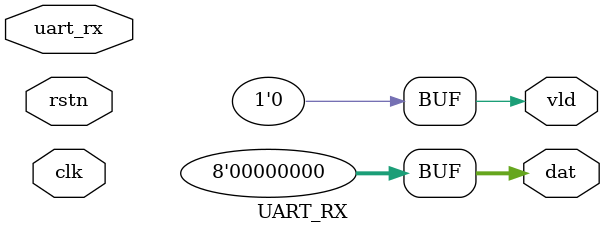
<source format=sv>

module UART_RX #(parameter CLK_PER_BAUD = 8, TW = 10)
(
  input logic clk,
  input logic rstn,

  output logic       vld,
  output logic [7:0] dat,

// To UART pin
  input  logic       uart_rx
);

//FIXME: implement if needed
assign vld = 1'b0;
assign dat = 8'd0;

`ifndef SYNTHESIS
  // Poor man's mplementation
  `ifndef RICHMAN
    bit f_past_valid = 1'b0;
    logic assert_en;
  			
    always @(posedge clk) f_past_valid <= rstn;
    assign assert_en = rstn & f_past_valid; 
    
    // TODO: add assertions to prove design here
  `endif
`endif

endmodule
// EOF

</source>
